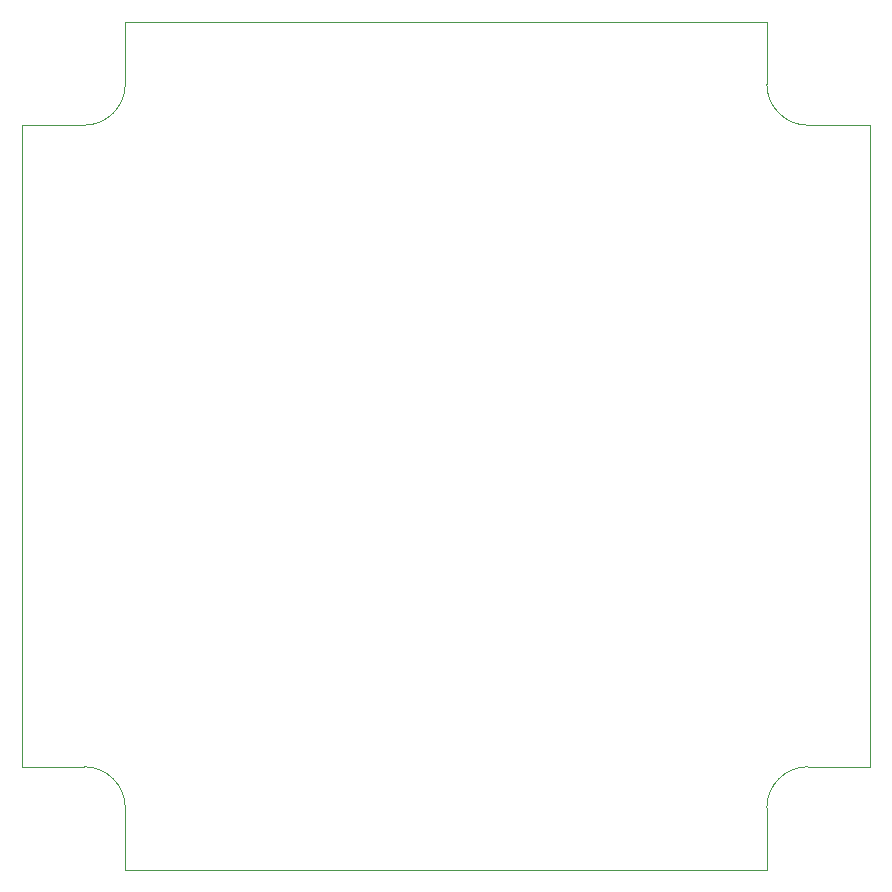
<source format=gm1>
G04 #@! TF.GenerationSoftware,KiCad,Pcbnew,(5.0.0)*
G04 #@! TF.CreationDate,2020-03-26T00:34:20-06:00*
G04 #@! TF.ProjectId,RGB_LEDController,5247425F4C4544436F6E74726F6C6C65,rev?*
G04 #@! TF.SameCoordinates,Original*
G04 #@! TF.FileFunction,Profile,NP*
%FSLAX46Y46*%
G04 Gerber Fmt 4.6, Leading zero omitted, Abs format (unit mm)*
G04 Created by KiCad (PCBNEW (5.0.0)) date 03/26/20 00:34:20*
%MOMM*%
%LPD*%
G01*
G04 APERTURE LIST*
%ADD10C,0.100000*%
G04 APERTURE END LIST*
D10*
X171831200Y-113050000D02*
X171831200Y-58770000D01*
X108750000Y-121831200D02*
X163060000Y-121831200D01*
X100000000Y-113060000D02*
X100000000Y-58760000D01*
X108760000Y-50000000D02*
X163060000Y-50000000D01*
X163068200Y-55260000D02*
X163068200Y-50000000D01*
X166600000Y-58763000D02*
X171831200Y-58763000D01*
X108763000Y-55250000D02*
X108763000Y-50000000D01*
X166590000Y-113068200D02*
X171831200Y-113068200D01*
X163070000Y-116570000D02*
G75*
G02X166570000Y-113070000I3500000J0D01*
G01*
X105260000Y-113070000D02*
G75*
G02X108760000Y-116570000I0J-3500000D01*
G01*
X108760000Y-55260000D02*
G75*
G02X105260000Y-58760000I-3500000J0D01*
G01*
X166570000Y-58760000D02*
G75*
G02X163070000Y-55260000I0J3500000D01*
G01*
X163068200Y-121831200D02*
X163068200Y-116590000D01*
X100000000Y-113068200D02*
X105270000Y-113068200D01*
X108763000Y-121831200D02*
X108763000Y-116600000D01*
X100000000Y-58763000D02*
X105260000Y-58763000D01*
M02*

</source>
